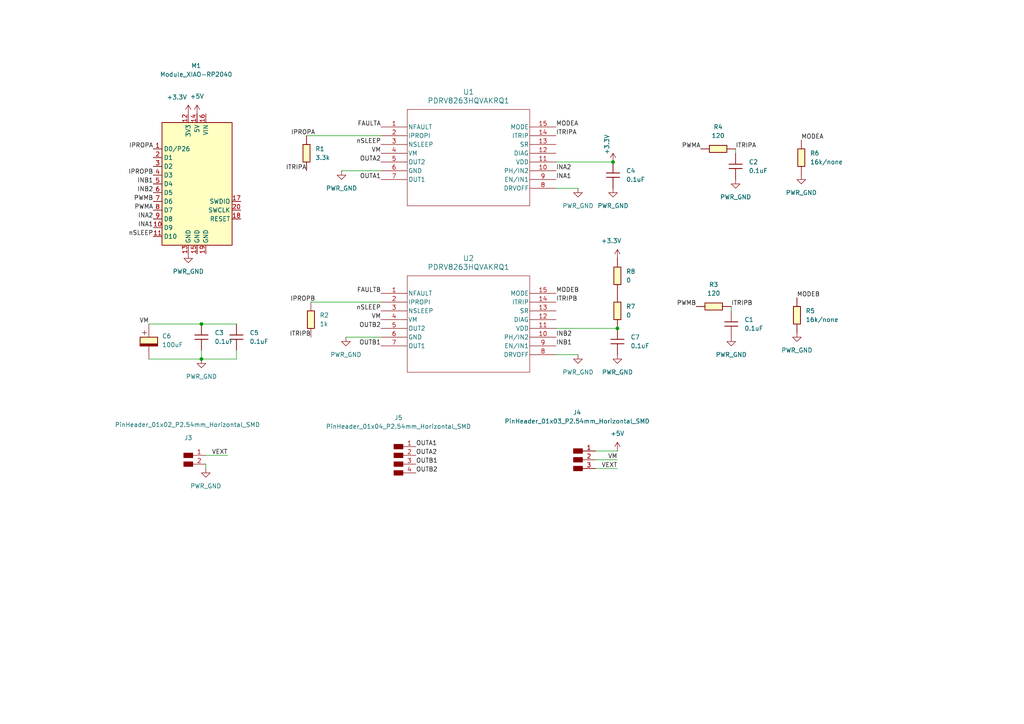
<source format=kicad_sch>
(kicad_sch (version 20250114) (generator "eeschema") (generator_version "9.0")
  (paper "A4")
  (lib_symbols
    (symbol "DRV8263:PDRV8263HQVAKRQ1" (pin_names (offset 0.254))
      (property "Reference" "U" (at 25.4 10.16 0))
      (property "Value" "PDRV8263HQVAKRQ1" (at 25.4 7.62 0))
      (symbol "PDRV8263HQVAKRQ1_0_1"
        (polyline (pts (xy 7.62 5.08) (xy 7.62 -22.86)) (stroke (width 0.127)))
        (polyline (pts (xy 7.62 -22.86) (xy 43.18 -22.86)) (stroke (width 0.127)))
        (polyline (pts (xy 43.18 5.08) (xy 7.62 5.08)) (stroke (width 0.127)))
        (polyline (pts (xy 43.18 -22.86) (xy 43.18 5.08)) (stroke (width 0.127)))
        (pin unspecified line (at 0 0 0) (length 7.62) (name "NFAULT") (number "1"))
        (pin unspecified line (at 0 -2.54 0) (length 7.62) (name "IPROPI") (number "2"))
        (pin unspecified line (at 0 -5.08 0) (length 7.62) (name "NSLEEP") (number "3"))
        (pin unspecified line (at 0 -7.62 0) (length 7.62) (name "VM") (number "4"))
        (pin output line (at 0 -10.16 0) (length 7.62) (name "OUT2") (number "5"))
        (pin power_out line (at 0 -12.7 0) (length 7.62) (name "GND") (number "6"))
        (pin output line (at 0 -15.24 0) (length 7.62) (name "OUT1") (number "7"))
        (pin unspecified line (at 50.8 0 180) (length 7.62) (name "MODE") (number "15"))
        (pin unspecified line (at 50.8 -2.54 180) (length 7.62) (name "ITRIP") (number "14"))
        (pin unspecified line (at 50.8 -5.08 180) (length 7.62) (name "SR") (number "13"))
        (pin unspecified line (at 50.8 -7.62 180) (length 7.62) (name "DIAG") (number "12"))
        (pin power_in line (at 50.8 -10.16 180) (length 7.62) (name "VDD") (number "11"))
        (pin input line (at 50.8 -12.7 180) (length 7.62) (name "PH/IN2") (number "10"))
        (pin input line (at 50.8 -15.24 180) (length 7.62) (name "EN/IN1") (number "9"))
        (pin unspecified line (at 50.8 -17.78 180) (length 7.62) (name "DRVOFF") (number "8"))
      )
    )
    (symbol "fab:CP_Elec_100uF_Panasonic_EEE-FN1E101UL" (pin_numbers (hide yes))
      (property "Reference" "C" (at 1.27 2.54 0))
      (property "Value" "CP_Elec_100uF_Panasonic_EEE-FN1E101UL" (at 1.27 -2.54 0))
      (symbol "CP_Elec_100uF_Panasonic_EEE-FN1E101UL_0_1"
        (rectangle (start -2.54 -0.635) (end 2.54 -1.27) (fill (type outline)))
        (polyline (pts (xy -2.54 -1.27) (xy -2.54 1.27) (xy 2.54 1.27) (xy 2.54 -1.27) (xy -2.54 -1.27)) (stroke (width 0.254)) (fill (type background)))
        (polyline (pts (xy -1.27 1.905) (xy -1.27 3.175)))
        (polyline (pts (xy -0.635 2.54) (xy -1.905 2.54)))
        (polyline (pts (xy 0 2.54) (xy 0 1.27)))
        (polyline (pts (xy 0 -1.27) (xy 0 -2.54)))
      )
      (symbol "CP_Elec_100uF_Panasonic_EEE-FN1E101UL_1_1"
        (pin passive line (at 0 5.08 270) (length 2.54) (name "~") (number "1"))
        (pin passive line (at 0 -5.08 90) (length 2.54) (name "~") (number "2"))
      )
    )
    (symbol "fab:C_1206" (pin_numbers (hide yes))
      (property "Reference" "C" (at 0.635 2.54 0))
      (property "Value" "C_1206" (at 0.635 -2.54 0))
      (symbol "C_1206_1_1"
        (polyline (pts (xy -1.905 0.635) (xy 1.905 0.635)) (stroke (width 0.25)))
        (polyline (pts (xy -1.905 -0.635) (xy 1.905 -0.635)) (stroke (width 0.25)))
        (pin passive line (at 0 3.81 270) (length 3.175) (name "~") (number "1"))
        (pin passive line (at 0 -3.81 90) (length 3.175) (name "~") (number "2"))
      )
    )
    (symbol "fab:Module_XIAO-RP2040"
      (property "Reference" "M1" (at 21.59 3.8802 0))
      (property "Value" "Module_XIAO-RP2040" (at 21.59 1.3402 0))
      (symbol "Module_XIAO-RP2040_1_1"
        (rectangle (start -10.16 20.32) (end 10.16 -15.24) (stroke (width 0.254)) (fill (type background)))
        (pin bidirectional line (at -12.7 12.7 0) (length 2.54) (name "D0/P26") (number "1"))
        (pin bidirectional line (at -12.7 10.16 0) (length 2.54) (name "D1") (number "2"))
        (pin bidirectional line (at -12.7 7.62 0) (length 2.54) (name "D2") (number "3"))
        (pin bidirectional line (at -12.7 5.08 0) (length 2.54) (name "D3") (number "4"))
        (pin bidirectional line (at -12.7 2.54 0) (length 2.54) (name "D4") (number "5"))
        (pin bidirectional line (at -12.7 0 0) (length 2.54) (name "D5") (number "6"))
        (pin bidirectional line (at -12.7 -2.54 0) (length 2.54) (name "D6") (number "7"))
        (pin bidirectional line (at -12.7 -5.08 0) (length 2.54) (name "D7") (number "8"))
        (pin bidirectional line (at -12.7 -7.62 0) (length 2.54) (name "D8") (number "9"))
        (pin bidirectional line (at -12.7 -10.16 0) (length 2.54) (name "D9") (number "10"))
        (pin bidirectional line (at -12.7 -12.7 0) (length 2.54) (name "D10") (number "11"))
        (pin power_in line (at -2.54 22.86 270) (length 2.54) (name "3V3") (number "12"))
        (pin power_in line (at -2.54 -17.78 90) (length 2.54) (name "GND") (number "13"))
        (pin power_in line (at 0 22.86 270) (length 2.54) (name "5V") (number "14"))
        (pin power_in line (at 0 -17.78 90) (length 2.54) (name "GND") (number "15"))
        (pin power_in line (at 2.54 22.86 270) (length 2.54) (name "VIN") (number "16"))
        (pin power_in line (at 2.54 -17.78 90) (length 2.54) (name "GND") (number "19"))
        (pin bidirectional line (at 12.7 -2.54 180) (length 2.54) (name "SWDIO") (number "17"))
        (pin input line (at 12.7 -5.08 180) (length 2.54) (name "SWCLK") (number "20"))
        (pin input line (at 12.7 -7.62 180) (length 2.54) (name "RESET") (number "18"))
      )
    )
    (symbol "fab:PWR_GND" (power) (pin_names (offset 0))
      (property "Value" "PWR_GND" (at 0 -3.81 0))
      (symbol "PWR_GND_0_1"
        (polyline (pts (xy 0 0) (xy 0 -1.27) (xy 1.27 -1.27) (xy 0 -2.54) (xy -1.27 -1.27) (xy 0 -1.27)))
      )
      (symbol "PWR_GND_1_1"
        (pin power_in line (at 0 0 270) (length 0) (hide yes) (name "PWR_GND") (number "1"))
      )
    )
    (symbol "fab:PinHeader_01x02_P2.54mm_Horizontal_SMD" (pin_names (hide yes))
      (property "Reference" "J" (at 0 2.54 0))
      (property "Value" "PinHeader_01x02_P2.54mm_Horizontal_SMD" (at 0 -5.08 0))
      (symbol "PinHeader_01x02_P2.54mm_Horizontal_SMD_1_1"
        (rectangle (start -1.27 0.635) (end 1.27 -0.635) (stroke (width 0.254)) (fill (type outline)))
        (rectangle (start -1.27 -1.905) (end 1.27 -3.175) (stroke (width 0.254)) (fill (type outline)))
        (pin passive line (at 5.08 0 180) (length 3.81) (name "Pin_1") (number "1"))
        (pin passive line (at 5.08 -2.54 180) (length 3.81) (name "Pin_2") (number "2"))
      )
    )
    (symbol "fab:PinHeader_01x03_P2.54mm_Horizontal_SMD" (pin_names (hide yes))
      (property "Reference" "J" (at 0 5.08 0))
      (property "Value" "PinHeader_01x03_P2.54mm_Horizontal_SMD" (at 0 -5.08 0))
      (symbol "PinHeader_01x03_P2.54mm_Horizontal_SMD_1_1"
        (rectangle (start -1.27 3.175) (end 1.27 1.905) (stroke (width 0.254)) (fill (type outline)))
        (rectangle (start -1.27 0.635) (end 1.27 -0.635) (stroke (width 0.254)) (fill (type outline)))
        (rectangle (start -1.27 -1.905) (end 1.27 -3.175) (stroke (width 0.254)) (fill (type outline)))
        (pin passive line (at 5.08 2.54 180) (length 3.81) (name "Pin_1") (number "1"))
        (pin passive line (at 5.08 0 180) (length 3.81) (name "Pin_2") (number "2"))
        (pin passive line (at 5.08 -2.54 180) (length 3.81) (name "Pin_3") (number "3"))
      )
    )
    (symbol "fab:PinHeader_01x04_P2.54mm_Horizontal_SMD" (pin_names (hide yes))
      (property "Reference" "J" (at 0 5.08 0))
      (property "Value" "PinHeader_01x04_P2.54mm_Horizontal_SMD" (at 0 -7.62 0))
      (symbol "PinHeader_01x04_P2.54mm_Horizontal_SMD_1_1"
        (rectangle (start -1.27 3.175) (end 1.27 1.905) (stroke (width 0.254)) (fill (type outline)))
        (rectangle (start -1.27 0.635) (end 1.27 -0.635) (stroke (width 0.254)) (fill (type outline)))
        (rectangle (start -1.27 -1.905) (end 1.27 -3.175) (stroke (width 0.254)) (fill (type outline)))
        (rectangle (start -1.27 -4.445) (end 1.27 -5.715) (stroke (width 0.254)) (fill (type outline)))
        (pin passive line (at 5.08 2.54 180) (length 3.81) (name "Pin_1") (number "1"))
        (pin passive line (at 5.08 0 180) (length 3.81) (name "Pin_2") (number "2"))
        (pin passive line (at 5.08 -2.54 180) (length 3.81) (name "Pin_3") (number "3"))
        (pin passive line (at 5.08 -5.08 180) (length 3.81) (name "Pin_4") (number "4"))
      )
    )
    (symbol "fab:R_1206" (pin_numbers (hide yes)) (pin_names (offset 0))
      (property "Reference" "R" (at 2.54 0 90))
      (property "Value" "R_1206" (at -2.54 0 90))
      (symbol "R_1206_0_1"
        (rectangle (start -1.016 -2.54) (end 1.016 2.54) (stroke (width 0.254)) (fill (type background)))
      )
      (symbol "R_1206_1_1"
        (pin passive line (at 0 5.08 270) (length 2.54) (name "~") (number "1"))
        (pin passive line (at 0 -5.08 90) (length 2.54) (name "~") (number "2"))
      )
    )
    (symbol "power:+3.3V" (power) (pin_numbers (hide yes)) (pin_names (offset 0) (hide yes))
      (property "Value" "+3.3V" (at 0 3.556 0))
      (symbol "+3.3V_0_1"
        (polyline (pts (xy -0.762 1.27) (xy 0 2.54)))
        (polyline (pts (xy 0 2.54) (xy 0.762 1.27)))
        (polyline (pts (xy 0 0) (xy 0 2.54)))
      )
      (symbol "+3.3V_1_1"
        (pin power_in line (at 0 0 90) (length 0) (name "~") (number "1"))
      )
    )
    (symbol "power:+5V" (power) (pin_numbers (hide yes)) (pin_names (offset 0) (hide yes))
      (property "Value" "+5V" (at 0 3.556 0))
      (symbol "+5V_0_1"
        (polyline (pts (xy -0.762 1.27) (xy 0 2.54)))
        (polyline (pts (xy 0 2.54) (xy 0.762 1.27)))
        (polyline (pts (xy 0 0) (xy 0 2.54)))
      )
      (symbol "+5V_1_1"
        (pin power_in line (at 0 0 90) (length 0) (name "~") (number "1"))
      )
    )
  )
  (junction (at 58.42 104.14))
  (junction (at 179.07 95.25))
  (junction (at 58.42 93.98))
  (junction (at 177.8 46.99))
  (wire (pts (xy 68.58 104.14) (xy 58.42 104.14)))
  (wire (pts (xy 68.58 101.6) (xy 68.58 104.14)))
  (wire (pts (xy 167.64 102.87) (xy 161.29 102.87)))
  (wire (pts (xy 43.18 104.14) (xy 58.42 104.14)))
  (wire (pts (xy 172.72 135.89) (xy 179.07 135.89)))
  (wire (pts (xy 59.69 132.08) (xy 66.04 132.08)))
  (wire (pts (xy 100.33 97.79) (xy 110.49 97.79)))
  (wire (pts (xy 43.18 93.98) (xy 58.42 93.98)))
  (wire (pts (xy 58.42 93.98) (xy 68.58 93.98)))
  (wire (pts (xy 172.72 133.35) (xy 179.07 133.35)))
  (wire (pts (xy 212.09 88.9) (xy 212.09 90.17)))
  (wire (pts (xy 167.64 54.61) (xy 161.29 54.61)))
  (wire (pts (xy 161.29 95.25) (xy 179.07 95.25)))
  (wire (pts (xy 90.17 87.63) (xy 110.49 87.63)))
  (wire (pts (xy 161.29 46.99) (xy 177.8 46.99)))
  (wire (pts (xy 59.69 135.89) (xy 59.69 134.62)))
  (wire (pts (xy 172.72 130.81) (xy 179.07 130.81)))
  (wire (pts (xy 213.36 43.18) (xy 213.36 44.45)))
  (wire (pts (xy 58.42 104.14) (xy 58.42 101.6)))
  (wire (pts (xy 88.9 39.37) (xy 110.49 39.37)))
  (wire (pts (xy 99.06 49.53) (xy 110.49 49.53)))
  (label "FAULTA" (at 110.49 36.83 180))
  (label "ITRIPA" (at 213.36 43.18 0))
  (label "INA1" (at 44.45 66.04 180))
  (label "OUTB1" (at 110.49 100.33 180))
  (label "IPROPA" (at 44.45 43.18 180))
  (label "PWMB" (at 201.93 88.9 180))
  (label "nSLEEP" (at 44.45 68.58 180))
  (label "PWMB" (at 44.45 58.42 180))
  (label "ITRIPB" (at 212.09 88.9 0))
  (label "VM" (at 110.49 92.71 180))
  (label "MODEB" (at 231.14 86.36 0))
  (label "OUTB1" (at 120.65 134.62 0))
  (label "INB2" (at 161.29 97.79 0))
  (label "VM" (at 110.49 44.45 180))
  (label "INA2" (at 44.45 63.5 180))
  (label "IPROPB" (at 91.44 87.63 180))
  (label "MODEA" (at 232.41 40.64 0))
  (label "VEXT" (at 66.04 132.08 180))
  (label "IPROPA" (at 91.44 39.37 180))
  (label "INB1" (at 161.29 100.33 0))
  (label "ITRIPA" (at 161.29 39.37 0))
  (label "OUTA1" (at 120.65 129.54 0))
  (label "OUTA1" (at 110.49 52.07 180))
  (label "INA2" (at 161.29 49.53 0))
  (label "INA1" (at 161.29 52.07 0))
  (label "OUTA2" (at 120.65 132.08 0))
  (label "VM" (at 43.18 93.98 180))
  (label "OUTA2" (at 110.49 46.99 180))
  (label "nSLEEP" (at 110.49 90.17 180))
  (label "ITRIPB" (at 161.29 87.63 0))
  (label "PWMA" (at 203.2 43.18 180))
  (label "OUTB2" (at 120.65 137.16 0))
  (label "nSLEEP" (at 110.49 41.91 180))
  (label "VM" (at 179.07 133.35 180))
  (label "PWMA" (at 44.45 60.96 180))
  (label "OUTB2" (at 110.49 95.25 180))
  (label "ITRIPB" (at 90.17 97.79 180))
  (label "INB2" (at 44.45 55.88 180))
  (label "FAULTB" (at 110.49 85.09 180))
  (label "VEXT" (at 179.07 135.89 180))
  (label "INB1" (at 44.45 53.34 180))
  (label "ITRIPA" (at 88.9 49.53 180))
  (label "MODEB" (at 161.29 85.09 0))
  (label "MODEA" (at 161.29 36.83 0))
  (label "IPROPB" (at 44.45 50.8 180))
  (symbol (lib_id "fab:R_1206") (at 208.28 43.18 270) (unit 1)
    (property "Reference" "R4" (at 208.28 36.83 90))
    (property "Value" "120" (at 208.28 39.37 90))
    (property "Footprint" "fab:R_0603" (effects (hide yes)))
    (property "Description" "Resistor" (effects (hide yes)))
  )
  (symbol (lib_id "fab:C_1206") (at 177.8 50.8 180) (unit 1)
    (property "Reference" "C4" (at 181.61 49.5299 0) (effects (justify right)))
    (property "Value" "0.1uF" (at 181.61 52.0699 0) (effects (justify right)))
    (property "Footprint" "fab:C_0603" (effects (hide yes)))
    (property "Datasheet" "https://www.yageo.com/upload/media/product/productsearch/datasheet/mlcc/UPY-GP_NP0_16V-to-50V_18.pdf" (effects (hide yes)))
    (property "Description" "Unpolarized capacitor, SMD, 1206" (effects (hide yes)))
  )
  (symbol (lib_id "fab:R_1206") (at 179.07 90.17 180) (unit 1)
    (property "Reference" "R7" (at 181.61 88.8999 0) (effects (justify right)))
    (property "Value" "0" (at 181.61 91.4399 0) (effects (justify right)))
    (property "Footprint" "fab:R_0603" (effects (hide yes)))
    (property "Description" "Resistor" (effects (hide yes)))
  )
  (symbol (lib_id "fab:R_1206") (at 90.17 92.71 180) (unit 1)
    (property "Reference" "R2" (at 92.71 91.4399 0) (effects (justify right)))
    (property "Value" "1k" (at 92.71 93.9799 0) (effects (justify right)))
    (property "Footprint" "fab:R_0603" (effects (hide yes)))
    (property "Description" "Resistor" (effects (hide yes)))
  )
  (symbol (lib_id "fab:C_1206") (at 58.42 97.79 180) (unit 1)
    (property "Reference" "C3" (at 62.23 96.5199 0) (effects (justify right)))
    (property "Value" "0.1uF" (at 62.23 99.0599 0) (effects (justify right)))
    (property "Footprint" "fab:C_0603" (effects (hide yes)))
    (property "Datasheet" "https://www.yageo.com/upload/media/product/productsearch/datasheet/mlcc/UPY-GP_NP0_16V-to-50V_18.pdf" (effects (hide yes)))
    (property "Description" "Unpolarized capacitor, SMD, 1206" (effects (hide yes)))
  )
  (symbol (lib_id "fab:R_1206") (at 231.14 91.44 180) (unit 1)
    (property "Reference" "R5" (at 233.68 90.1699 0) (effects (justify right)))
    (property "Value" "16k/none" (at 233.68 92.7099 0) (effects (justify right)))
    (property "Footprint" "fab:R_0603" (effects (hide yes)))
    (property "Description" "Resistor" (effects (hide yes)))
  )
  (symbol (lib_id "fab:R_1206") (at 88.9 44.45 180) (unit 1)
    (property "Reference" "R1" (at 91.44 43.1799 0) (effects (justify right)))
    (property "Value" "3.3k" (at 91.44 45.7199 0) (effects (justify right)))
    (property "Footprint" "fab:R_0603" (effects (hide yes)))
    (property "Description" "Resistor" (effects (hide yes)))
  )
  (symbol (lib_id "fab:C_1206") (at 179.07 99.06 180) (unit 1)
    (property "Reference" "C7" (at 182.88 97.7899 0) (effects (justify right)))
    (property "Value" "0.1uF" (at 182.88 100.3299 0) (effects (justify right)))
    (property "Footprint" "fab:C_0603" (effects (hide yes)))
    (property "Datasheet" "https://www.yageo.com/upload/media/product/productsearch/datasheet/mlcc/UPY-GP_NP0_16V-to-50V_18.pdf" (effects (hide yes)))
    (property "Description" "Unpolarized capacitor, SMD, 1206" (effects (hide yes)))
  )
  (symbol (lib_id "fab:PWR_GND") (at 232.41 50.8 0) (unit 1)
    (property "Reference" "#PWR020" (effects (hide yes)))
    (property "Value" "PWR_GND" (at 232.41 55.88 0))
    (property "Description" "Power symbol creates a global label with name \"GND\" , ground" (effects (hide yes)))
  )
  (symbol (lib_id "fab:PWR_GND") (at 59.69 135.89 0) (unit 1)
    (property "Reference" "#PWR05" (effects (hide yes)))
    (property "Value" "PWR_GND" (at 59.69 140.97 0))
    (property "Description" "Power symbol creates a global label with name \"GND\" , ground" (effects (hide yes)))
  )
  (symbol (lib_id "fab:PWR_GND") (at 177.8 54.61 0) (unit 1)
    (property "Reference" "#PWR021" (effects (hide yes)))
    (property "Value" "PWR_GND" (at 177.8 59.69 0))
    (property "Description" "Power symbol creates a global label with name \"GND\" , ground" (effects (hide yes)))
  )
  (symbol (lib_id "fab:PWR_GND") (at 179.07 102.87 0) (unit 1)
    (property "Reference" "#PWR022" (effects (hide yes)))
    (property "Value" "PWR_GND" (at 179.07 107.95 0))
    (property "Description" "Power symbol creates a global label with name \"GND\" , ground" (effects (hide yes)))
  )
  (symbol (lib_id "power:+3.3V") (at 179.07 74.93 0) (unit 1)
    (property "Reference" "#PWR014" (effects (hide yes)))
    (property "Value" "+3.3V" (at 177.292 69.85 0))
    (property "Description" "Power symbol creates a global label with name \"+3.3V\"" (effects (hide yes)))
  )
  (symbol (lib_id "power:+5V") (at 57.15 33.02 0) (unit 1)
    (property "Reference" "#PWR02" (effects (hide yes)))
    (property "Value" "+5V" (at 57.15 27.94 0))
    (property "Description" "Power symbol creates a global label with name \"+5V\"" (effects (hide yes)))
  )
  (symbol (lib_id "fab:PinHeader_01x03_P2.54mm_Horizontal_SMD") (at 167.64 133.35 0) (unit 1)
    (property "Reference" "J4" (at 167.386 119.634 0))
    (property "Value" "PinHeader_01x03_P2.54mm_Horizontal_SMD" (at 167.386 122.174 0))
    (property "Footprint" "fab:PinHeader_01x03_P2.54mm_Horizontal_SMD" (effects (hide yes)))
    (property "Description" "Male connector, single row" (effects (hide yes)))
  )
  (symbol (lib_id "fab:PWR_GND") (at 99.06 49.53 0) (unit 1)
    (property "Reference" "#PWR08" (effects (hide yes)))
    (property "Value" "PWR_GND" (at 99.06 54.61 0))
    (property "Description" "Power symbol creates a global label with name \"GND\" , ground" (effects (hide yes)))
  )
  (symbol (lib_id "power:+5V") (at 179.07 130.81 0) (unit 1)
    (property "Reference" "#PWR04" (effects (hide yes)))
    (property "Value" "+5V" (at 179.07 125.73 0))
    (property "Description" "Power symbol creates a global label with name \"+5V\"" (effects (hide yes)))
  )
  (symbol (lib_id "power:+3.3V") (at 177.8 46.99 0) (unit 1)
    (property "Reference" "#PWR015" (effects (hide yes)))
    (property "Value" "+3.3V" (at 176.022 41.91 90))
    (property "Description" "Power symbol creates a global label with name \"+3.3V\"" (effects (hide yes)))
  )
  (symbol (lib_id "fab:PWR_GND") (at 167.64 54.61 0) (unit 1)
    (property "Reference" "#PWR017" (effects (hide yes)))
    (property "Value" "PWR_GND" (at 167.64 59.69 0))
    (property "Description" "Power symbol creates a global label with name \"GND\" , ground" (effects (hide yes)))
  )
  (symbol (lib_id "fab:PWR_GND") (at 58.42 104.14 0) (unit 1)
    (property "Reference" "#PWR012" (effects (hide yes)))
    (property "Value" "PWR_GND" (at 58.42 109.22 0))
    (property "Description" "Power symbol creates a global label with name \"GND\" , ground" (effects (hide yes)))
  )
  (symbol (lib_id "fab:C_1206") (at 212.09 93.98 180) (unit 1)
    (property "Reference" "C1" (at 215.9 92.7099 0) (effects (justify right)))
    (property "Value" "0.1uF" (at 215.9 95.2499 0) (effects (justify right)))
    (property "Footprint" "fab:C_0603" (effects (hide yes)))
    (property "Datasheet" "https://www.yageo.com/upload/media/product/productsearch/datasheet/mlcc/UPY-GP_NP0_16V-to-50V_18.pdf" (effects (hide yes)))
    (property "Description" "Unpolarized capacitor, SMD, 1206" (effects (hide yes)))
  )
  (symbol (lib_id "fab:R_1206") (at 232.41 45.72 180) (unit 1)
    (property "Reference" "R6" (at 234.95 44.4499 0) (effects (justify right)))
    (property "Value" "16k/none" (at 234.95 46.9899 0) (effects (justify right)))
    (property "Footprint" "fab:R_0603" (effects (hide yes)))
    (property "Description" "Resistor" (effects (hide yes)))
  )
  (symbol (lib_id "fab:Module_XIAO-RP2040") (at 57.15 55.88 0) (unit 1)
    (property "Reference" "M1" (at 56.896 19.05 0))
    (property "Value" "Module_XIAO-RP2040" (at 56.896 21.59 0))
    (property "Footprint" "fab:SeeedStudio_XIAO_RP2040_smd" (effects (hide yes)))
    (property "Datasheet" "https://wiki.seeedstudio.com/XIAO-RP2040/" (effects (hide yes)))
    (property "Description" "RP2040 XIAO RP2040 - ARM® Dual-Core Cortex®-M0+ MCU 32-Bit Embedded Evaluation Board" (effects (hide yes)))
  )
  (symbol (lib_id "fab:C_1206") (at 68.58 97.79 180) (unit 1)
    (property "Reference" "C5" (at 72.39 96.5199 0) (effects (justify right)))
    (property "Value" "0.1uF" (at 72.39 99.0599 0) (effects (justify right)))
    (property "Footprint" "fab:C_0603" (effects (hide yes)))
    (property "Datasheet" "https://www.yageo.com/upload/media/product/productsearch/datasheet/mlcc/UPY-GP_NP0_16V-to-50V_18.pdf" (effects (hide yes)))
    (property "Description" "Unpolarized capacitor, SMD, 1206" (effects (hide yes)))
  )
  (symbol (lib_id "fab:PWR_GND") (at 54.61 73.66 0) (unit 1)
    (property "Reference" "#PWR016" (effects (hide yes)))
    (property "Value" "PWR_GND" (at 54.61 78.74 0))
    (property "Description" "Power symbol creates a global label with name \"GND\" , ground" (effects (hide yes)))
  )
  (symbol (lib_id "fab:PWR_GND") (at 212.09 97.79 0) (unit 1)
    (property "Reference" "#PWR010" (effects (hide yes)))
    (property "Value" "PWR_GND" (at 212.09 102.87 0))
    (property "Description" "Power symbol creates a global label with name \"GND\" , ground" (effects (hide yes)))
  )
  (symbol (lib_id "fab:PWR_GND") (at 167.64 102.87 0) (unit 1)
    (property "Reference" "#PWR018" (effects (hide yes)))
    (property "Value" "PWR_GND" (at 167.64 107.95 0))
    (property "Description" "Power symbol creates a global label with name \"GND\" , ground" (effects (hide yes)))
  )
  (symbol (lib_id "fab:R_1206") (at 207.01 88.9 270) (unit 1)
    (property "Reference" "R3" (at 207.01 82.55 90))
    (property "Value" "120" (at 207.01 85.09 90))
    (property "Footprint" "fab:R_0603" (effects (hide yes)))
    (property "Description" "Resistor" (effects (hide yes)))
  )
  (symbol (lib_id "fab:PWR_GND") (at 213.36 52.07 0) (unit 1)
    (property "Reference" "#PWR09" (effects (hide yes)))
    (property "Value" "PWR_GND" (at 213.36 57.15 0))
    (property "Description" "Power symbol creates a global label with name \"GND\" , ground" (effects (hide yes)))
  )
  (symbol (lib_id "power:+3.3V") (at 54.61 33.02 0) (unit 1)
    (property "Reference" "#PWR03" (effects (hide yes)))
    (property "Value" "+3.3V" (at 51.308 28.194 0))
    (property "Description" "Power symbol creates a global label with name \"+3.3V\"" (effects (hide yes)))
  )
  (symbol (lib_id "fab:PinHeader_01x04_P2.54mm_Horizontal_SMD") (at 115.57 132.08 0) (unit 1)
    (property "Reference" "J5" (at 115.57 121.158 0))
    (property "Value" "PinHeader_01x04_P2.54mm_Horizontal_SMD" (at 115.57 123.698 0))
    (property "Footprint" "fab:PinHeader_01x04_P2.54mm_Horizontal_SMD" (effects (hide yes)))
    (property "Description" "Male connector, single row" (effects (hide yes)))
  )
  (symbol (lib_id "fab:PWR_GND") (at 231.14 96.52 0) (unit 1)
    (property "Reference" "#PWR019" (effects (hide yes)))
    (property "Value" "PWR_GND" (at 231.14 101.6 0))
    (property "Description" "Power symbol creates a global label with name \"GND\" , ground" (effects (hide yes)))
  )
  (symbol (lib_id "fab:CP_Elec_100uF_Panasonic_EEE-FN1E101UL") (at 43.18 99.06 0) (unit 1)
    (property "Reference" "C6" (at 46.99 97.4724 0) (effects (justify left)))
    (property "Value" "100uF" (at 46.99 100.0124 0) (effects (justify left)))
    (property "Footprint" "fab:CP_Elec_100uF_Panasonic_EEE-FN1E101UL" (effects (hide yes)))
    (property "Datasheet" "https://api.pim.na.industrial.panasonic.com/file_stream/main/fileversion/19782" (effects (hide yes)))
    (property "Description" "Polarized capacitor, SMD, radial" (effects (hide yes)))
  )
  (symbol (lib_id "DRV8263:PDRV8263HQVAKRQ1") (at 110.49 85.09 0) (unit 1)
    (property "Reference" "U2" (at 135.89 74.93 0) (effects (font (size 1.524 1.524))))
    (property "Value" "PDRV8263HQVAKRQ1" (at 135.89 77.47 0) (effects (font (size 1.524 1.524))))
    (property "Footprint" "U_VQFN-HR_VAK0015A_TEX" (effects (hide yes)))
    (property "Datasheet" "https://www.ti.com/lit/gpn/drv8263-q1" (effects (hide yes)))
  )
  (symbol (lib_id "fab:PWR_GND") (at 100.33 97.79 0) (unit 1)
    (property "Reference" "#PWR07" (effects (hide yes)))
    (property "Value" "PWR_GND" (at 100.33 102.87 0))
    (property "Description" "Power symbol creates a global label with name \"GND\" , ground" (effects (hide yes)))
  )
  (symbol (lib_id "DRV8263:PDRV8263HQVAKRQ1") (at 110.49 36.83 0) (unit 1)
    (property "Reference" "U1" (at 135.89 26.67 0) (effects (font (size 1.524 1.524))))
    (property "Value" "PDRV8263HQVAKRQ1" (at 135.89 29.21 0) (effects (font (size 1.524 1.524))))
    (property "Footprint" "U_VQFN-HR_VAK0015A_TEX" (effects (hide yes)))
    (property "Datasheet" "https://www.ti.com/lit/gpn/drv8263-q1" (effects (hide yes)))
  )
  (symbol (lib_id "fab:PinHeader_01x02_P2.54mm_Horizontal_SMD") (at 54.61 132.08 0) (unit 1)
    (property "Reference" "J3" (at 54.61 127 0))
    (property "Value" "PinHeader_01x02_P2.54mm_Horizontal_SMD" (at 54.356 123.19 0))
    (property "Footprint" "fab:PinHeader_01x02_P2.54mm_Horizontal_SMD" (effects (hide yes)))
    (property "Description" "Male connector, single row" (effects (hide yes)))
  )
  (symbol (lib_id "fab:R_1206") (at 179.07 80.01 180) (unit 1)
    (property "Reference" "R8" (at 181.61 78.7399 0) (effects (justify right)))
    (property "Value" "0" (at 181.61 81.2799 0) (effects (justify right)))
    (property "Footprint" "fab:R_0603" (effects (hide yes)))
    (property "Description" "Resistor" (effects (hide yes)))
  )
  (symbol (lib_id "fab:C_1206") (at 213.36 48.26 180) (unit 1)
    (property "Reference" "C2" (at 217.17 46.9899 0) (effects (justify right)))
    (property "Value" "0.1uF" (at 217.17 49.5299 0) (effects (justify right)))
    (property "Footprint" "fab:C_0603" (effects (hide yes)))
    (property "Datasheet" "https://www.yageo.com/upload/media/product/productsearch/datasheet/mlcc/UPY-GP_NP0_16V-to-50V_18.pdf" (effects (hide yes)))
    (property "Description" "Unpolarized capacitor, SMD, 1206" (effects (hide yes)))
  )
)
</source>
